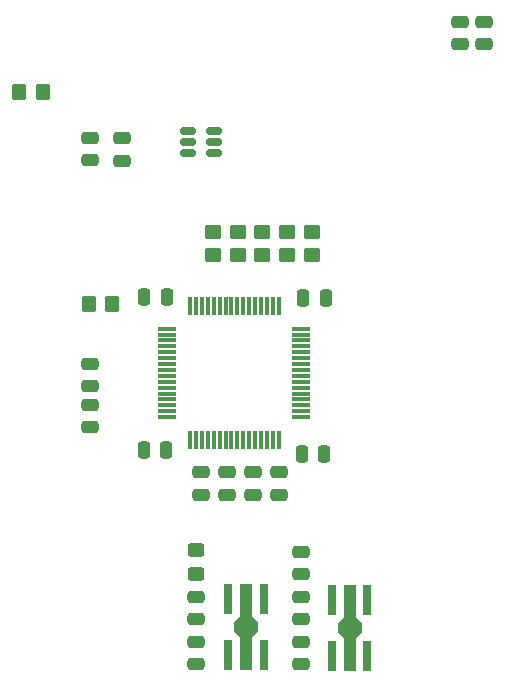
<source format=gbr>
%TF.GenerationSoftware,KiCad,Pcbnew,(6.0.6)*%
%TF.CreationDate,2022-09-22T18:41:47+01:00*%
%TF.ProjectId,ConverterBoard,436f6e76-6572-4746-9572-426f6172642e,rev?*%
%TF.SameCoordinates,Original*%
%TF.FileFunction,Paste,Top*%
%TF.FilePolarity,Positive*%
%FSLAX46Y46*%
G04 Gerber Fmt 4.6, Leading zero omitted, Abs format (unit mm)*
G04 Created by KiCad (PCBNEW (6.0.6)) date 2022-09-22 18:41:47*
%MOMM*%
%LPD*%
G01*
G04 APERTURE LIST*
G04 Aperture macros list*
%AMRoundRect*
0 Rectangle with rounded corners*
0 $1 Rounding radius*
0 $2 $3 $4 $5 $6 $7 $8 $9 X,Y pos of 4 corners*
0 Add a 4 corners polygon primitive as box body*
4,1,4,$2,$3,$4,$5,$6,$7,$8,$9,$2,$3,0*
0 Add four circle primitives for the rounded corners*
1,1,$1+$1,$2,$3*
1,1,$1+$1,$4,$5*
1,1,$1+$1,$6,$7*
1,1,$1+$1,$8,$9*
0 Add four rect primitives between the rounded corners*
20,1,$1+$1,$2,$3,$4,$5,0*
20,1,$1+$1,$4,$5,$6,$7,0*
20,1,$1+$1,$6,$7,$8,$9,0*
20,1,$1+$1,$8,$9,$2,$3,0*%
%AMFreePoly0*
4,1,13,0.900000,0.500000,3.600000,0.500000,3.600000,-0.500000,0.900000,-0.500000,0.400000,-1.000000,-0.400000,-1.000000,-0.900000,-0.500000,-3.600000,-0.500000,-3.600000,0.500000,-0.900000,0.500000,-0.400000,1.000000,0.400000,1.000000,0.900000,0.500000,0.900000,0.500000,$1*%
G04 Aperture macros list end*
%ADD10RoundRect,0.075000X-0.700000X-0.075000X0.700000X-0.075000X0.700000X0.075000X-0.700000X0.075000X0*%
%ADD11RoundRect,0.075000X-0.075000X-0.700000X0.075000X-0.700000X0.075000X0.700000X-0.075000X0.700000X0*%
%ADD12RoundRect,0.250000X0.475000X-0.250000X0.475000X0.250000X-0.475000X0.250000X-0.475000X-0.250000X0*%
%ADD13RoundRect,0.250000X-0.475000X0.250000X-0.475000X-0.250000X0.475000X-0.250000X0.475000X0.250000X0*%
%ADD14RoundRect,0.250000X0.450000X-0.350000X0.450000X0.350000X-0.450000X0.350000X-0.450000X-0.350000X0*%
%ADD15RoundRect,0.250000X0.450000X-0.325000X0.450000X0.325000X-0.450000X0.325000X-0.450000X-0.325000X0*%
%ADD16RoundRect,0.250000X-0.250000X-0.475000X0.250000X-0.475000X0.250000X0.475000X-0.250000X0.475000X0*%
%ADD17RoundRect,0.250000X-0.450000X0.350000X-0.450000X-0.350000X0.450000X-0.350000X0.450000X0.350000X0*%
%ADD18RoundRect,0.250000X0.350000X0.450000X-0.350000X0.450000X-0.350000X-0.450000X0.350000X-0.450000X0*%
%ADD19RoundRect,0.250000X0.250000X0.475000X-0.250000X0.475000X-0.250000X-0.475000X0.250000X-0.475000X0*%
%ADD20RoundRect,0.150000X-0.512500X-0.150000X0.512500X-0.150000X0.512500X0.150000X-0.512500X0.150000X0*%
%ADD21R,0.700000X2.500000*%
%ADD22FreePoly0,90.000000*%
G04 APERTURE END LIST*
D10*
%TO.C,U3*%
X132755000Y-90992000D03*
X132755000Y-91492000D03*
X132755000Y-91992000D03*
X132755000Y-92492000D03*
X132755000Y-92992000D03*
X132755000Y-93492000D03*
X132755000Y-93992000D03*
X132755000Y-94492000D03*
X132755000Y-94992000D03*
X132755000Y-95492000D03*
X132755000Y-95992000D03*
X132755000Y-96492000D03*
X132755000Y-96992000D03*
X132755000Y-97492000D03*
X132755000Y-97992000D03*
X132755000Y-98492000D03*
D11*
X134680000Y-100417000D03*
X135180000Y-100417000D03*
X135680000Y-100417000D03*
X136180000Y-100417000D03*
X136680000Y-100417000D03*
X137180000Y-100417000D03*
X137680000Y-100417000D03*
X138180000Y-100417000D03*
X138680000Y-100417000D03*
X139180000Y-100417000D03*
X139680000Y-100417000D03*
X140180000Y-100417000D03*
X140680000Y-100417000D03*
X141180000Y-100417000D03*
X141680000Y-100417000D03*
X142180000Y-100417000D03*
D10*
X144105000Y-98492000D03*
X144105000Y-97992000D03*
X144105000Y-97492000D03*
X144105000Y-96992000D03*
X144105000Y-96492000D03*
X144105000Y-95992000D03*
X144105000Y-95492000D03*
X144105000Y-94992000D03*
X144105000Y-94492000D03*
X144105000Y-93992000D03*
X144105000Y-93492000D03*
X144105000Y-92992000D03*
X144105000Y-92492000D03*
X144105000Y-91992000D03*
X144105000Y-91492000D03*
X144105000Y-90992000D03*
D11*
X142180000Y-89067000D03*
X141680000Y-89067000D03*
X141180000Y-89067000D03*
X140680000Y-89067000D03*
X140180000Y-89067000D03*
X139680000Y-89067000D03*
X139180000Y-89067000D03*
X138680000Y-89067000D03*
X138180000Y-89067000D03*
X137680000Y-89067000D03*
X137180000Y-89067000D03*
X136680000Y-89067000D03*
X136180000Y-89067000D03*
X135680000Y-89067000D03*
X135180000Y-89067000D03*
X134680000Y-89067000D03*
%TD*%
D12*
%TO.C,C1*%
X144075000Y-119425000D03*
X144075000Y-117525000D03*
%TD*%
%TO.C,C8*%
X142200000Y-105050000D03*
X142200000Y-103150000D03*
%TD*%
D13*
%TO.C,C7*%
X135185000Y-113715000D03*
X135185000Y-115615000D03*
%TD*%
%TO.C,C5*%
X144075000Y-113710000D03*
X144075000Y-115610000D03*
%TD*%
D12*
%TO.C,C6*%
X135185000Y-119425000D03*
X135185000Y-117525000D03*
%TD*%
D14*
%TO.C,R1*%
X138700000Y-84800000D03*
X138700000Y-82800000D03*
%TD*%
D15*
%TO.C,L1*%
X135185000Y-111805000D03*
X135185000Y-109755000D03*
%TD*%
D16*
%TO.C,C12*%
X144145000Y-101600000D03*
X146045000Y-101600000D03*
%TD*%
D13*
%TO.C,C3*%
X126200000Y-93950000D03*
X126200000Y-95850000D03*
%TD*%
D17*
%TO.C,R4*%
X140800000Y-82800000D03*
X140800000Y-84800000D03*
%TD*%
D18*
%TO.C,R5*%
X128100000Y-88900000D03*
X126100000Y-88900000D03*
%TD*%
D19*
%TO.C,C14*%
X132700000Y-88350000D03*
X130800000Y-88350000D03*
%TD*%
D20*
%TO.C,D1*%
X134462500Y-74250000D03*
X134462500Y-75200000D03*
X134462500Y-76150000D03*
X136737500Y-76150000D03*
X136737500Y-75200000D03*
X136737500Y-74250000D03*
%TD*%
D12*
%TO.C,C9*%
X140000000Y-105050000D03*
X140000000Y-103150000D03*
%TD*%
D17*
%TO.C,R3*%
X142900000Y-82800000D03*
X142900000Y-84800000D03*
%TD*%
D13*
%TO.C,C4*%
X135600000Y-103150000D03*
X135600000Y-105050000D03*
%TD*%
D21*
%TO.C,U1*%
X146679000Y-118698000D03*
D22*
X148179000Y-116348000D03*
D21*
X149679000Y-118698000D03*
X149679000Y-113998000D03*
X146679000Y-113998000D03*
%TD*%
D12*
%TO.C,C2*%
X126200000Y-99350000D03*
X126200000Y-97450000D03*
%TD*%
D13*
%TO.C,C19*%
X128900000Y-74860000D03*
X128900000Y-76760000D03*
%TD*%
D18*
%TO.C,R7*%
X122200000Y-71000000D03*
X120200000Y-71000000D03*
%TD*%
D17*
%TO.C,R2*%
X145000000Y-82800000D03*
X145000000Y-84800000D03*
%TD*%
D13*
%TO.C,C16*%
X159600000Y-65000000D03*
X159600000Y-66900000D03*
%TD*%
%TO.C,C17*%
X126200000Y-74850000D03*
X126200000Y-76750000D03*
%TD*%
D12*
%TO.C,C15*%
X144075000Y-111805000D03*
X144075000Y-109905000D03*
%TD*%
D19*
%TO.C,C11*%
X132650000Y-101250000D03*
X130750000Y-101250000D03*
%TD*%
D21*
%TO.C,U2*%
X137900000Y-118600000D03*
D22*
X139400000Y-116250000D03*
D21*
X140900000Y-118600000D03*
X140900000Y-113900000D03*
X137900000Y-113900000D03*
%TD*%
D12*
%TO.C,C10*%
X137800000Y-105050000D03*
X137800000Y-103150000D03*
%TD*%
D13*
%TO.C,C18*%
X157500000Y-65000000D03*
X157500000Y-66900000D03*
%TD*%
D14*
%TO.C,R6*%
X136600000Y-84800000D03*
X136600000Y-82800000D03*
%TD*%
D16*
%TO.C,C13*%
X144250000Y-88400000D03*
X146150000Y-88400000D03*
%TD*%
M02*

</source>
